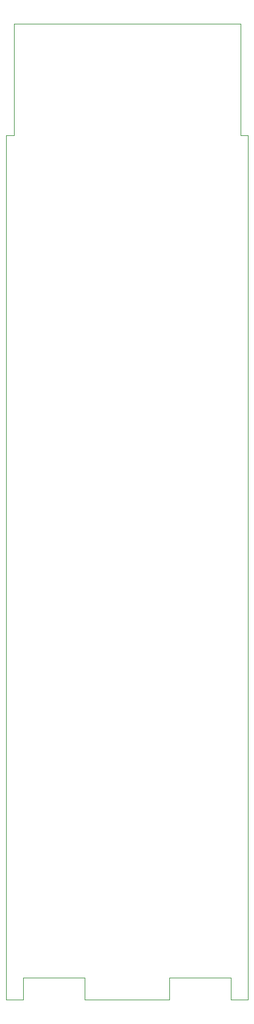
<source format=gko>
*%FSLAX23Y23*%
*%MOIN*%
G01*
D19*
X4403Y6907D02*
Y7517D01*
Y6907D02*
X4358D01*
Y2182D01*
X4453D01*
Y2302D01*
X4788D01*
Y2182D01*
X5253D01*
Y2302D01*
X5588D01*
Y2182D01*
X5683D01*
Y6907D01*
X5643D01*
Y7517D01*
X4403D01*
D02*
M02*

</source>
